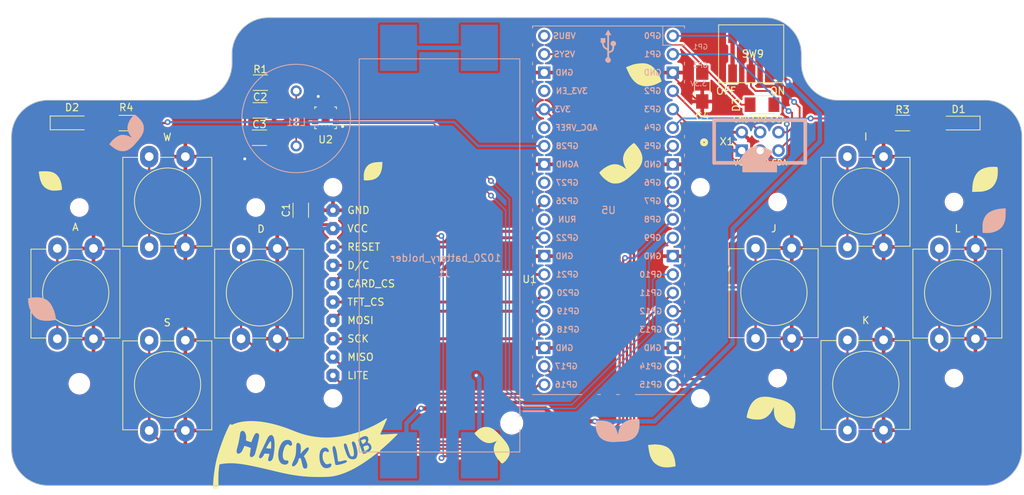
<source format=kicad_pcb>
(kicad_pcb (version 20221018) (generator pcbnew)
  (layers (0 "F.Cu" signal) (31 "B.Cu" signal) (34 "B.Paste" user) (35 "F.Paste" user) (36 "B.SilkS" user "B.Silkscreen") (37 "F.SilkS" user "F.Silkscreen") (38 "B.Mask" user) (39 "F.Mask" user) (44 "Edge.Cuts" user))
  (net 0 "")
  (net 1 "+3V3")
  (net 2 "GND")
  (net 3 "Net-(D3-K)")
  (net 4 "Net-(D1-A)")
  (net 5 "Net-(D2-A)")
  (net 6 "Net-(D3-A)")
  (net 7 "Net-(J1-Pin_2)")
  (net 8 "Net-(J1-Pin_4)")
  (net 9 "Net-(U2-OUTN)")
  (net 10 "Net-(U2-OUTP)")
  (net 11 "LED_R")
  (net 12 "BTN_W")
  (net 13 "BTN_A")
  (net 14 "BTN_S")
  (net 15 "BTN_D")
  (net 16 "BTN_I")
  (net 17 "BTN_J")
  (net 18 "BTN_K")
  (net 19 "BTN_L")
  (net 20 "Net-(U2-~{SD_MODE})")
  (net 21 "LITE")
  (net 22 "MISO")
  (net 23 "SCK")
  (net 24 "MOSI")
  (net 25 "TFT_CS")
  (net 26 "CARD_CS")
  (net 27 "D{slash}C")
  (net 28 "RESET")
  (net 29 "DIN")
  (net 30 "unconnected-(SW9-A-Pad1)")
  (net 31 "LRCLK")
  (net 32 "BCLK")
  (net 33 "LED_L")
  (net 38 "+5V")
  (net 40 "GPIO0")
  (net 41 "GPIO1")
  (net 42 "GPIO2")
  (net 43 "GPIO3")
  (footprint "Button_Switch_THT:SW_PUSH-12mm_Wuerth-430476085716" (layer "F.Cu") (at 114.3 104.14 90)
    (fp_text reference "SW4" hide)
    (fp_text value "D")
  )
  (footprint "fab:Diode_Schotky_100V_1A_Mini_SMA" (layer "F.Cu") (at 186.31 71.755)
    (fp_text reference "D3")
    (fp_text value "SD1206T020S1R0")
  )
  (footprint "local:QFN50P300X300X80-17N" (layer "F.Cu") (at 125.984 73.571 180)
    (fp_text reference "U2")
    (fp_text value "MAX98357AETE+")
  )
  (footprint "Button_Switch_THT:SW_PUSH-12mm_Wuerth-430476085716" (layer "F.Cu") (at 210.82 104.14 90)
    (fp_text reference "SW8" hide)
    (fp_text value "L")
  )
  (footprint "Button_Switch_THT:SW_PUSH-12mm_Wuerth-430476085716" (layer "F.Cu") (at 101.6 116.84 90)
    (fp_text reference "SW3" hide)
    (fp_text value "S")
  )
  (footprint "" (layer "F.Cu") (at 212.852 85.217)
    (fp_text reference "")
    (fp_text value "")
  )
  (footprint "graphics:hcflag" (layer "F.Cu") (at 123.19 120.015)
    (fp_text reference "G***" hide)
    (fp_text value "LOGO" hide)
  )
  (footprint "fab:C_1206" (layer "F.Cu") (at 116.935 72.5424)
    (fp_text reference "C2")
    (fp_text value "10uF")
  )
  (footprint "fab:C_1206" (layer "F.Cu") (at 122.555 86.36 90)
    (fp_text reference "C1")
    (fp_text value "1uF")
  )
  (footprint "" (layer "F.Cu") (at 91.948 110.363)
    (fp_text reference "")
    (fp_text value "")
  )
  (footprint "graphics:frontleaves" (layer "F.Cu") (at 152.4 93.98)
    (fp_text reference "G***" hide)
    (fp_text value "LOGO" hide)
  )
  (footprint "" (layer "F.Cu") (at 116.332 85.979)
    (fp_text reference "")
    (fp_text value "")
  )
  (footprint "fab:R_1206" (layer "F.Cu") (at 205.74 74.295)
    (fp_text reference "R3")
    (fp_text value "1k")
  )
  (footprint "" (layer "F.Cu") (at 188.468 109.601)
    (fp_text reference "")
    (fp_text value "")
  )
  (footprint "" (layer "F.Cu") (at 91.948 85.979)
    (fp_text reference "")
    (fp_text value "")
  )
  (footprint "Button_Switch_THT:SW_PUSH-12mm_Wuerth-430476085716" (layer "F.Cu") (at 198.12 91.44 90)
    (fp_text reference "SW5" hide)
    (fp_text value "I")
  )
  (footprint "fab:TFT_ST7735" (layer "F.Cu") (at 152.4 96.411051)
    (fp_text reference "U1")
    (fp_text value "Adafruit_TFT_ST7735")
  )
  (footprint "fab:R_1206" (layer "F.Cu") (at 116.967 68.707)
    (fp_text reference "R1")
    (fp_text value "1M")
  )
  (footprint "Button_Switch_THT:SW_PUSH-12mm_Wuerth-430476085716" (layer "F.Cu") (at 198.12 116.79 90)
    (fp_text reference "SW7" hide)
    (fp_text value "K")
  )
  (footprint "graphics:sprout_dino" (layer "F.Cu") (at 218.44 121.92)
    (fp_text reference "G***" hide)
    (fp_text value "LOGO" hide)
  )
  (footprint "Button_Switch_THT:SW_PUSH-12mm_Wuerth-430476085716" (layer "F.Cu") (at 101.6 91.44 90)
    (fp_text reference "SW1" hide)
    (fp_text value "W")
  )
  (footprint "" (layer "F.Cu") (at 116.332 110.363)
    (fp_text reference "")
    (fp_text value "")
  )
  (footprint "Button_Switch_THT:SW_PUSH-12mm_Wuerth-430476085716" (layer "F.Cu") (at 88.9 104.14 90)
    (fp_text reference "SW2" hide)
    (fp_text value "A")
  )
  (footprint "" (layer "F.Cu") (at 212.852 109.601)
    (fp_text reference "")
    (fp_text value "")
  )
  (footprint "fab:LED_1206" (layer "F.Cu") (at 91.0148 74.2696)
    (fp_text reference "D2")
    (fp_text value "L_LED")
  )
  (footprint "fab:C_1206" (layer "F.Cu") (at 116.84 76.327)
    (fp_text reference "C3")
    (fp_text value "0.1uF")
  )
  (footprint "fab:C_1206" (layer "F.Cu") (at 178.054 69.31 -90)
    (fp_text reference "C4")
    (fp_text value "1uF")
  )
  (footprint "slideSWSMD:slideswitchCK" (layer "F.Cu") (at 180.3146 60.706)
    (fp_text reference "SW9")
    (fp_text value "Slideswitch")
  )
  (footprint "fab:LED_1206" (layer "F.Cu") (at 213.36 74.295 180)
    (fp_text reference "D1")
    (fp_text value "R_LED")
  )
  (footprint "Button_Switch_THT:SW_PUSH-12mm_Wuerth-430476085716" (layer "F.Cu") (at 185.42 104.09 90)
    (fp_text reference "SW6" hide)
    (fp_text value "J")
  )
  (footprint "graphics:spriglogo" (layer "F.Cu") (at 137.16 66.675)
    (fp_text reference "G***" hide)
    (fp_text value "LOGO" hide)
  )
  (footprint "fab:R_1206" (layer "F.Cu") (at 98.425 74.295 180)
    (fp_text reference "R4")
    (fp_text value "1k")
  )
  (footprint "" (layer "F.Cu") (at 188.468 85.217)
    (fp_text reference "")
    (fp_text value "")
  )
  (footprint "Simple_Addon_v2:Simple_Addon_v2-BADGE-2x3" (layer "B.Cu") (at 185.995 76.855)
    (fp_text reference "X1")
    (fp_text value "Simple_Addon_v2")
  )
  (footprint "fab:CVS-1508" (layer "B.Cu") (at 121.92 73.66)
    (fp_text reference "LS1")
    (fp_text value "Speaker")
  )
  (footprint "graphics:happyhacking" (layer "B.Cu") (at 202 121.92 180)
    (fp_text reference "G***" hide)
    (fp_text value "LOGO" hide)
  )
  (footprint "footprints:usb" (layer "B.Cu") (at 165.1 63.5 180)
    (fp_text reference "Ref**" hide)
    (fp_text value "Val**" hide)
  )
  (footprint "local:1022" (layer "B.Cu") (at 143.51 94.2086 90)
    (fp_text reference "J1")
    (fp_text value "1020_battery_holder")
  )
  (footprint "graphics:backleaves" (layer "B.Cu") (at 152.908 91.948 180)
    (fp_text reference "G***" hide)
    (fp_text value "LOGO" hide)
  )
  (footprint "graphics:hackaf" (layer "B.Cu") (at 100 121.412 180)
    (fp_text reference "G***" hide)
    (fp_text value "LOGO" hide)
  )
  (footprint "graphics:oshlogo" (layer "B.Cu") (at 117 121.412 180)
    (fp_text reference "G***" hide)
    (fp_text value "LOGO" hide)
  )
  (footprint "fab:RPi_Pico_SMD_TH_mod" (layer "B.Cu") (at 165.1 86.36 180)
    (fp_text reference "U5")
    (fp_text value "Pico")
  )
  (gr_circle (center 178.308 76.962) (end 178.408 76.962) (stroke (width 0.45)) (fill none) (layer "F.SilkS"))
  (gr_line (start 196.850002 71.120002) (end 217.17 71.12) (stroke (width 0.1)) (layer "Edge.Cuts"))
  (gr_line (start 118.11 59.69) (end 152.4 59.69) (stroke (width 0.1)) (layer "Edge.Cuts"))
  (gr_line (start 186.69 59.69) (end 152.4 59.69) (stroke (width 0.1)) (layer "Edge.Cuts"))
  (gr_arc (start 87.63 124.46) (mid 84.037898 122.972102) (end 82.55 119.38) (stroke (width 0.1)) (layer "Edge.Cuts"))
  (gr_line (start 87.63 71.12) (end 107.950002 71.120002) (stroke (width 0.1)) (layer "Edge.Cuts"))
  (gr_line (start 152.4 124.46) (end 217.17 124.46) (stroke (width 0.1)) (layer "Edge.Cuts"))
  (gr_line (start 222.25 119.38) (end 222.25 76.2) (stroke (width 0.1)) (layer "Edge.Cuts"))
  (gr_line (start 191.77 64.77) (end 191.770002 66.040002) (stroke (width 0.1)) (layer "Edge.Cuts"))
  (gr_arc (start 222.25 119.38) (mid 220.762102 122.972102) (end 217.17 124.46) (stroke (width 0.1)) (layer "Edge.Cuts"))
  (gr_line (start 113.03 64.77) (end 113.030002 66.040002) (stroke (width 0.1)) (layer "Edge.Cuts"))
  (gr_arc (start 113.030002 66.040002) (mid 111.542104 69.632104) (end 107.950002 71.120002) (stroke (width 0.1)) (layer "Edge.Cuts"))
  (gr_arc (start 186.69 59.69) (mid 190.282102 61.177898) (end 191.77 64.77) (stroke (width 0.1)) (layer "Edge.Cuts"))
  (gr_arc (start 196.850002 71.120002) (mid 193.2579 69.632104) (end 191.770002 66.040002) (stroke (width 0.1)) (layer "Edge.Cuts"))
  (gr_arc (start 217.17 71.12) (mid 220.762102 72.607898) (end 222.25 76.2) (stroke (width 0.1)) (layer "Edge.Cuts"))
  (gr_line (start 82.55 76.2) (end 82.55 119.38) (stroke (width 0.1)) (layer "Edge.Cuts"))
  (gr_arc (start 82.55 76.2) (mid 84.037898 72.607898) (end 87.63 71.12) (stroke (width 0.1)) (layer "Edge.Cuts"))
  (gr_arc (start 113.03 64.77) (mid 114.517898 61.177898) (end 118.11 59.69) (stroke (width 0.1)) (layer "Edge.Cuts"))
  (gr_line (start 152.4 124.46) (end 87.63 124.46) (stroke (width 0.1)) (layer "Edge.Cuts"))
  (gr_text "3.3V" (at 177.546 68.834) (layer "B.SilkS") (effects (font (size 0.7 0.7) (thickness 0.1)) (justify mirror)))
  (gr_text "GP3" (at 177.8 66.294) (layer "B.SilkS") (effects (font (size 0.7 0.7) (thickness 0.1)) (justify mirror)))
  (gr_text "GP1" (at 177.8 63.754) (layer "B.SilkS") (effects (font (size 0.7 0.7) (thickness 0.1)) (justify mirror)))
  (gr_text "OFF\n" (at 181.356 69.85) (layer "F.SilkS") (effects (font (size 1 1))))
  (gr_text "ON\n" (at 188.468 69.85) (layer "F.SilkS") (effects (font (size 1 1))))
  (segment (start 160.02 76.2) (end 156.21 72.39) (width 0.25) (layer "F.Cu") (net 1))
  (segment (start 125.234 72.136) (end 125.476 72.136) (width 0.3) (layer "F.Cu") (net 1))
  (segment (start 114.84 72.6374) (end 114.935 72.5424) (width 0.3) (layer "F.Cu") (net 1))
  (segment (start 122.555 88.36) (end 126.46 88.36) (width 0.4) (layer "F.Cu") (net 1))
  (segment (start 125.476 72.136) (end 124.968 71.628) (width 0.3) (layer "F.Cu") (net 1))
  (segment (start 125.476 72.136) (end 125.734 72.136) (width 0.3) (layer "F.Cu") (net 1))
  (segment (start 124.968 71.628) (end 124.968 70.612) (width 0.3) (layer "F.Cu") (net 1))
  (segment (start 114.935 69.2912) (end 114.935 72.5424) (width 0.3) (layer "F.Cu") (net 1))
  (segment (start 181.61 76.2) (end 160.02 76.2) (width 0.25) (layer "F.Cu") (net 1))
  (segment (start 183.515 78.105) (end 181.61 76.2) (width 0.25) (layer "F.Cu") (net 1))
  (segment (start 126.46 88.36) (end 127 88.9) (width 0.4) (layer "F.Cu") (net 1))
  (segment (start 114.84 76.2) (end 114.84 72.6374) (width 0.3) (layer "F.Cu") (net 1))
  (segment (start 114.84 76.2) (end 114.84 79.216) (width 0.3) (layer "F.Cu") (net 1))
  (segment (start 114.84 79.216) (end 114.808 79.248) (width 0.3) (layer "F.Cu") (net 1))
  (via (at 124.968 70.612) (size 0.8) (drill 0.4) (layers "F.Cu" "B.Cu") (net 1))
  (via (at 114.808 79.248) (size 0.8) (drill 0.4) (layers "F.Cu" "B.Cu") (net 1))
  (segment (start 126.234 75.006) (end 126.234 76.474757) (width 0.2) (layer "F.Cu") (net 2))
  (segment (start 181.483 75.565) (end 181.102 75.184) (width 0.4) (layer "F.Cu") (net 2))
  (segment (start 118.84 76.2) (end 118.84 72.6374) (width 0.6) (layer "F.Cu") (net 2))
  (segment (start 183.515 75.565) (end 181.483 75.565) (width 0.4) (layer "F.Cu") (net 2))
  (segment (start 124.549 73.821) (end 123.283 73.821) (width 0.2) (layer "F.Cu") (net 2))
  (segment (start 173.99 67.818) (end 173.99 67.31) (width 0.25) (layer "F.Cu") (net 2))
  (segment (start 177.038 70.866) (end 173.99 67.818) (width 0.25) (layer "F.Cu") (net 2))
  (segment (start 127.419 73.821) (end 128.871 73.821) (width 0.2) (layer "F.Cu") (net 2))
  (segment (start 127.419 73.321) (end 127.419 73.821) (width 0.2) (layer "F.Cu") (net 2))
  (segment (start 177.546 70.866) (end 177.038 70.866) (width 0.25) (layer "F.Cu") (net 2))
  (segment (start 118.84 72.6374) (end 118.935 72.5424) (width 0.6) (layer "F.Cu") (net 2))
  (segment (start 123.283 73.821) (end 122.936 74.168) (width 0.2) (layer "F.Cu") (net 2))
  (via (at 146.812 109.22) (size 0.8) (drill 0.4) (layers "F.Cu" "B.Cu") (net 2))
  (segment (start 147.244 109.652) (end 146.812 109.22) (width 0.6) (layer "B.Cu") (net 2))
  (segment (start 147.244 120.269) (end 147.244 109.652) (width 0.6) (layer "B.Cu") (net 2))
  (segment (start 173.355 63.5) (end 175.26 63.5) (width 0.25) (layer "F.Cu") (net 3))
  (segment (start 178.054 66.358) (end 183.451 71.755) (width 0.25) (layer "F.Cu") (net 3))
  (segment (start 156.21 64.77) (end 172.085 64.77) (width 0.25) (layer "F.Cu") (net 3))
  (segment (start 178.054 66.294) (end 175.26 63.5) (width 0.25) (layer "F.Cu") (net 3))
  (segment (start 172.085 64.77) (end 173.355 63.5) (width 0.25) (layer "F.Cu") (net 3))
  (segment (start 178.054 66.358) (end 178.054 66.294) (width 0.25) (layer "F.Cu") (net 3))
  (segment (start 183.451 71.755) (end 184.66 71.755) (width 0.25) (layer "F.Cu") (net 3))
  (segment (start 207.74 74.295) (end 211.36 74.295) (width 0.3) (layer "F.Cu") (net 4))
  (segment (start 96.425 74.295) (end 93.0402 74.295) (width 0.3) (layer "F.Cu") (net 5))
  (segment (start 93.0402 74.295) (end 93.0148 74.2696) (width 0.3) (layer "F.Cu") (net 5))
  (segment (start 185.42 69.85) (end 184.785 69.215) (width 0.25) (layer "F.Cu") (net 6))
  (segment (start 187.96 71.755) (end 187.96 70.485) (width 0.25) (layer "F.Cu") (net 6))
  (segment (start 187.325 69.85) (end 185.42 69.85) (width 0.25) (layer "F.Cu") (net 6))
  (segment (start 184.785 62.484) (end 184.785 67.945) (width 0.6) (layer "F.Cu") (net 6))
  (segment (start 187.96 70.485) (end 187.325 69.85) (width 0.25) (layer "F.Cu") (net 6))
  (segment (start 184.785 69.215) (end 184.785 67.945) (width 0.25) (layer "F.Cu") (net 6))
  (segment (start 136.068 63.881) (end 147.244 63.881) (width 0.6) (layer "B.Cu") (net 7))
  (segment (start 189.23 67.945) (end 189.865 68.58) (width 0.6) (layer "F.Cu") (net 8))
  (segment (start 163.195 115.57) (end 158.145238 115.57) (width 0.6) (layer "F.Cu") (net 8))
  (segment (start 187.325 67.945) (end 187.325 62.484) (width 0.6) (layer "F.Cu") (net 8))
  (segment (start 156.367238 113.792) (end 139.192 113.792) (width 0.6) (layer "F.Cu") (net 8))
  (segment (start 158.145238 115.57) (end 156.367238 113.792) (width 0.6) (layer "F.Cu") (net 8))
  (segment (start 187.325 67.945) (end 189.23 67.945) (width 0.6) (layer "F.Cu") (net 8))
  (via (at 139.192 113.792) (size 0.8) (drill 0.4) (layers "F.Cu" "B.Cu") (net 8))
  (via (at 189.865 68.58) (size 0.8) (drill 0.4) (layers "F.Cu" "B.Cu") (net 8))
  (via (at 163.195 115.57) (size 0.8) (drill 0.4) (layers "F.Cu" "B.Cu") (net 8))
  (segment (start 139.192 113.792) (end 137.16 115.824) (width 0.6) (layer "B.Cu") (net 8))
  (segment (start 194.31 73.025) (end 189.865 68.58) (width 0.6) (layer "B.Cu") (net 8))
  (segment (start 137.16 119.177) (end 136.068 120.269) (width 0.6) (layer "B.Cu") (net 8))
  (segment (start 182.245 104.775) (end 182.245 88.9) (width 0.6) (layer "B.Cu") (net 8))
  (segment (start 171.45 115.57) (end 182.245 104.775) (width 0.6) (layer "B.Cu") (net 8))
  (segment (start 189.865 68.58) (end 189.865 69.215) (width 0.6) (layer "B.Cu") (net 8))
  (segment (start 163.195 115.57) (end 171.45 115.57) (width 0.6) (layer "B.Cu") (net 8))
  (segment (start 194.31 76.835) (end 194.31 73.025) (width 0.6) (layer "B.Cu") (net 8))
  (segment (start 137.16 115.824) (end 137.16 119.177) (width 0.6) (layer "B.Cu") (net 8))
  (segment (start 182.245 88.9) (end 194.31 76.835) (width 0.6) (layer "B.Cu") (net 8))
  (segment (start 121.92 73.66) (end 121.92 77.46) (width 0.2) (layer "F.Cu") (net 9))
  (segment (start 122.259 73.321) (end 121.92 73.66) (width 0.2) (layer "F.Cu") (net 9))
  (segment (start 124.549 73.321) (end 122.259 73.321) (width 0.2) (layer "F.Cu") (net 9))
  (segment (start 122.605 72.821) (end 121.92 72.136) (width 0.2) (layer "F.Cu") (net 10))
  (segment (start 121.92 72.136) (end 121.92 69.86) (width 0.2) (layer "F.Cu") (net 10))
  (segment (start 124.549 72.821) (end 122.605 72.821) (width 0.2) (layer "F.Cu") (net 10))
  (segment (start 193.04 73.66) (end 200.66 73.66) (width 0.25) (layer "F.Cu") (net 11))
  (segment (start 203.105 73.66) (end 203.74 74.295) (width 0.25) (layer "F.Cu") (net 11))
  (segment (start 201.295 74.295) (end 203.74 74.295) (width 0.25) (layer "F.Cu") (net 11))
  (segment (start 200.66 73.66) (end 201.295 74.295) (width 0.25) (layer "F.Cu") (net 11))
  (via (at 193.04 73.66) (size 0.8) (drill 0.4) (layers "F.Cu" "B.Cu") (net 11))
  (segment (start 193.04 73.66) (end 175.26 73.66) (width 0.25) (layer "B.Cu") (net 11))
  (segment (start 175.26 73.66) (end 173.99 74.93) (width 0.25) (layer "B.Cu") (net 11))
  (segment (start 166.624 115.824) (end 164.084 118.364) (width 0.3) (layer "F.Cu") (net 12))
  (segment (start 173.99 77.47) (end 166.624 84.836) (width 0.3) (layer "F.Cu") (net 12))
  (segment (start 116.332 104.830572) (end 116.332 90.424) (width 0.3) (layer "F.Cu") (net 12))
  (segment (start 112.776 86.868) (end 101.6 86.868) (width 0.3) (layer "F.Cu") (net 12))
  (segment (start 166.624 84.836) (end 166.624 115.824) (width 0.3) (layer "F.Cu") (net 12))
  (segment (start 101.6 78.94) (end 101.6 86.868) (width 0.3) (layer "F.Cu") (net 12))
  (segment (start 164.084 118.364) (end 127.960428 118.364) (width 0.3) (layer "F.Cu") (net 12))
  (segment (start 116.332 90.424) (end 112.776 86.868) (width 0.3) (layer "F.Cu") (net 12))
  (segment (start 120.51452 109.013093) (end 116.332 104.830572) (width 0.3) (layer "F.Cu") (net 12))
  (segment (start 101.6 86.868) (end 101.6 91.44) (width 0.3) (layer "F.Cu") (net 12))
  (segment (start 127.960428 118.364) (end 120.51452 110.918092) (width 0.3) (layer "F.Cu") (net 12))
  (segment (start 120.51452 110.918092) (end 120.51452 109.013093) (width 0.3) (layer "F.Cu") (net 12))
  (segment (start 164.608978 119.363022) (end 113.267022 119.363022) (width 0.3) (layer "F.Cu") (net 13))
  (segment (start 88.9 91.64) (end 88.9 104.14) (width 0.3) (layer "F.Cu") (net 13))
  (segment (start 167.64 93.757456) (end 167.64 116.332) (width 0.3) (layer "F.Cu") (net 13))
  (segment (start 113.267022 119.363022) (end 104.14 110.236) (width 0.3) (layer "F.Cu") (net 13))
  (segment (start 88.9 99.06) (end 102.616 99.06) (width 0.3) (layer "F.Cu") (net 13))
  (segment (start 173.99 82.55) (end 168.123001 88.416999) (width 0.3) (layer "F.Cu") (net 13))
  (segment (start 88.9 91.64) (end 88.9 99.06) (width 0.3) (layer "F.Cu") (net 13))
  (segment (start 102.616 99.06) (end 104.14 100.584) (width 0.3) (layer "F.Cu") (net 13))
  (segment (start 168.123001 88.416999) (end 168.123001 93.274455) (width 0.3) (layer "F.Cu") (net 13))
  (segment (start 104.14 110.236) (end 104.14 100.584) (width 0.3) (layer "F.Cu") (net 13))
  (segment (start 167.64 116.332) (end 164.608978 119.363022) (width 0.3) (layer "F.Cu") (net 13))
  (segment (start 88.9 99.06) (end 88.9 100.076) (width 0.3) (layer "F.Cu") (net 13))
  (segment (start 168.123001 93.274455) (end 167.64 93.757456) (width 0.3) (layer "F.Cu") (net 13))
  (segment (start 173.99 85.09) (end 168.622512 90.457488) (width 0.3) (layer "F.Cu") (net 14))
  (segment (start 168.622512 93.48136) (end 168.139511 93.96436) (width 0.3) (layer "F.Cu") (net 14))
  (segment (start 101.6 104.34) (end 101.6 116.84) (width 0.3) (layer "F.Cu") (net 14))
  (segment (start 168.622512 90.457488) (end 168.622512 93.48136) (width 0.3) (layer "F.Cu") (net 14))
  (segment (start 168.139511 116.538905) (end 164.798905 119.879511) (width 0.3) (layer "F.Cu") (net 14))
  (segment (start 164.798905 119.879511) (end 104.639511 119.879511) (width 0.3) (layer "F.Cu") (net 14))
  (segment (start 101.6 111.76) (end 101.6 116.84) (width 0.3) (layer "F.Cu") (net 14))
  (segment (start 168.139511 93.96436) (end 168.139511 116.538905) (width 0.3) (layer "F.Cu") (net 14))
  (segment (start 104.639511 119.879511) (end 101.6 116.84) (width 0.3) (layer "F.Cu") (net 14))
  (segment (start 114.935 104.14) (end 114.3 104.14) (width 0.3) (layer "F.Cu") (net 15))
  (segment (start 114.3 91.64) (end 114.3 104.14) (width 0.3) (layer "F.Cu") (net 15))
  (segment (start 167.3735 92.964) (end 167.132 93.2055) (width 0.3) (layer "F.Cu") (net 15))
  (segment (start 164.290905 118.863511) (end 127.753511 118.863511) (width 0.3) (layer "F.Cu") (net 15))
  (segment (start 114.3 105.588381) (end 114.3 104.14) (width 0.3) (layer "F.Cu") (net 15))
  (segment (start 127.753511 118.863511) (end 120.015 111.125) (width 0.3) (layer "F.Cu") (net 15))
  (segment (start 167.132 116.022416) (end 164.290905 118.863511) (width 0.3) (layer "F.Cu") (net 15))
  (segment (start 167.132 93.2055) (end 167.132 116.022416) (width 0.3) (layer "F.Cu") (net 15))
  (segment (start 120.015 111.125) (end 120.015 109.22) (width 0.3) (layer "F.Cu") (net 15))
  (segment (start 120.015 109.22) (end 114.935 104.14) (width 0.3) (layer "F.Cu") (net 15))
  (via (at 167.3735 92.964) (size 0.8) (drill 0.4) (layers "F.Cu" "B.Cu") (net 15))
  (segment (start 173.99 87.63) (end 168.656 92.964) (width 0.3) (layer "B.Cu") (net 15))
  (segment (start 168.656 92.964) (end 167.3735 92.964) (width 0.3) (layer "B.Cu") (net 15))
  (segment (start 198.12 84.836) (end 198.12 78.94) (width 0.3) (layer "F.Cu") (net 16))
  (segment (start 181.864 93.98) (end 181.864 90.932) (width 0.3) (layer "F.Cu") (net 16))
  (segment (start 175.514 100.33) (end 181.864 93.98) (width 0.3) (layer "F.Cu") (net 16))
  (segment (start 181.864 90.932) (end 184.912 87.884) (width 0.3) (layer "F.Cu") (net 16))
  (segment (start 198.12 87.884) (end 198.12 84.836) (width 0.3) (layer "F.Cu") (net 16))
  (segment (start 184.912 87.884) (end 198.12 87.884) (width 0.3) (layer "F.Cu") (net 16))
  (segment (start 173.99 100.33) (end 175.514 100.33) (width 0.3) (layer "F.Cu") (net 16))
  (segment (start 198.12 91.44) (end 198.12 87.884) (width 0.3) (layer "F.Cu") (net 16))
  (segment (start 185.42 91.59) (end 185.42 104.09) (width 0.3) (layer "F.Cu") (net 17))
  (segment (start 179.832 97.028) (end 185.42 97.028) (width 0.3) (layer "F.Cu") (net 17))
  (segment (start 173.99 102.87) (end 179.832 97.028) (width 0.3) (layer "F.Cu") (net 17))
  (segment (start 185.42 97.028) (end 185.42 104.09) (width 0.3) (layer "F.Cu") (net 17))
  (segment (start 198.12 112.776) (end 185.42 112.776) (width 0.3) (layer "F.Cu") (net 18))
  (segment (start 182.372 109.728) (end 175.768 109.728) (width 0.3) (layer "F.Cu") (net 18))
  (segment (start 198.12 112.776) (end 198.12 116.79) (width 0.3) (layer "F.Cu") (net 18))
  (segment (start 198.12 108.204) (end 198.12 112.776) (width 0.3) (layer "F.Cu") (net 18))
  (segment (start 185.42 112.776) (end 182.372 109.728) (width 0.3) (layer "F.Cu") (net 18))
  (segment (start 198.12 104.29) (end 198.12 108.204) (width 0.3) (layer "F.Cu") (net 18))
  (segment (start 175.768 109.728) (end 173.99 107.95) (width 0.3) (layer "F.Cu") (net 18))
  (segment (start 210.82 106.045) (end 210.82 104.14) (width 0.3) (layer "F.Cu") (net 19))
  (segment (start 182.118 110.49) (end 191.516 119.888) (width 0.3) (layer "F.Cu") (net 19))
  (segment (start 210.82 91.64) (end 210.82 104.14) (width 0.3) (layer "F.Cu") (net 19))
  (segment (start 173.99 110.49) (end 182.118 110.49) (width 0.3) (layer "F.Cu") (net 19))
  (segment (start 191.516 119.888) (end 203.962 119.888) (width 0.3) (layer "F.Cu") (net 19))
  (segment (start 208.915 107.95) (end 210.82 106.045) (width 0.3) (layer "F.Cu") (net 19))
  (segment (start 203.962 119.888) (end 208.915 114.935) (width 0.3) (layer "F.Cu") (net 19))
  (segment (start 208.915 114.935) (end 208.915 107.95) (width 0.3) (layer "F.Cu") (net 19))
  (segment (start 128.347 72.821) (end 128.524 72.644) (width 0.2) (layer "F.Cu") (net 20))
  (segment (start 119.634 68.326) (end 118.935 69.025) (width 0.2) (layer "F.Cu") (net 20))
  (segment (start 127.419 72.821) (end 128.347 72.821) (width 0.2) (layer "F.Cu") (net 20))
  (segment (start 128.524 72.644) (end 128.524 71.374) (width 0.2) (layer "F.Cu") (net 20))
  (segment (start 118.935 69.025) (end 118.935 69.2912) (width 0.2) (layer "F.Cu") (net 20))
  (segment (start 128.524 71.374) (end 125.476 68.326) (width 0.2) (layer "F.Cu") (net 20))
  (segment (start 125.476 68.326) (end 119.634 68.326) (width 0.2) (layer "F.Cu") (net 20))
  (segment (start 157.988 109.728) (end 156.21 107.95) (width 0.3) (layer "F.Cu") (net 21))
  (segment (start 130.048 112.268) (end 156.972 112.268) (width 0.3) (layer "F.Cu") (net 21))
  (segment (start 156.972 112.268) (end 157.988 111.252) (width 0.3) (layer "F.Cu") (net 21))
  (segment (start 130.048 112.268) (end 127 109.22) (width 0.3) (layer "F.Cu") (net 21))
  (segment (start 157.988 111.252) (end 157.988 109.728) (width 0.3) (layer "F.Cu") (net 21))
  (segment (start 154.178 111.76) (end 130.710051 111.76) (width 0.3) (layer "F.Cu") (net 22))
  (segment (start 130.710051 111.76) (end 129.54 110.589949) (width 0.3) (layer "F.Cu") (net 22))
  (segment (start 129.54 110.589949) (end 129.54 109.22) (width 0.3) (layer "F.Cu") (net 22))
  (segment (start 156.21 110.49) (end 155.448 110.49) (width 0.3) (layer "F.Cu") (net 22))
  (segment (start 129.54 109.22) (end 127 106.68) (width 0.3) (layer "F.Cu") (net 22))
  (segment (start 155.448 110.49) (end 154.178 111.76) (width 0.3) (layer "F.Cu") (net 22))
  (segment (start 156.21 102.87) (end 154.94 104.14) (width 0.4) (layer "F.Cu") (net 23))
  (segment (start 154.94 104.14) (end 127 104.14) (width 0.4) (layer "F.Cu") (net 23))
  (segment (start 128.27 100.33) (end 127 101.6) (width 0.4) (layer "F.Cu") (net 24))
  (segment (start 156.21 100.33) (end 128.27 100.33) (width 0.4) (layer "F.Cu") (net 24))
  (segment (start 154.94 99.06) (end 156.21 97.79) (width 0.4) (layer "F.Cu") (net 25))
  (segment (start 127 99.06) (end 154.94 99.06) (width 0.4) (layer "F.Cu") (net 25))
  (segment (start 128.27 95.25) (end 127 96.52) (width 0.4) (layer "F.Cu") (net 26))
  (segment (start 156.21 95.25) (end 128.27 95.25) (width 0.4) (layer "F.Cu") (net 26))
  (segment (start 145.542 90.17) (end 156.21 90.17) (width 0.4) (layer "F.Cu") (net 27))
  (segment (start 141.732 93.98) (end 145.542 90.17) (width 0.4) (layer "F.Cu") (net 27))
  (segment (start 127 93.98) (end 141.732 93.98) (width 0.4) (layer "F.Cu") (net 27))
  (segment (start 143.002 91.44) (end 145.161 89.281) (width 0.4) (layer "F.Cu") (net 28))
  (segment (start 155.702 85.09) (end 156.21 85.09) (width 0.3) (layer "F.Cu") (net 28))
  (segment (start 127 91.44) (end 143.002 91.44) (width 0.4) (layer "F.Cu") (net 28))
  (segment (start 152.019 89.281) (end 156.21 85.09) (width 0.4) (layer "F.Cu") (net 28))
  (segment (start 145.161 89.281) (end 152.019 89.281) (width 0.4) (layer "F.Cu") (net 28))
  (segment (start 127.419 74.321) (end 140.869 74.321) (width 0.2) (layer "F.Cu") (net 29))
  (segment (start 140.869 74.321) (end 148.844 82.296) (width 0.2) (layer "F.Cu") (net 29))
  (via (at 148.844 82.296) (size 0.8) (drill 0.4) (layers "F.Cu" "B.Cu") (net 29))
  (segment (start 148.844 82.296) (end 151.384 84.836) (width 0.2) (layer "B.Cu") (net 29))
  (segment (start 160.02 113.284) (end 170.688 102.616) (width 0.2) (layer "B.Cu") (net 29))
  (segment (start 151.384 84.836) (end 151.384 111.195006) (width 0.2) (layer "B.Cu") (net 29))
  (segment (start 170.688 93.472) (end 173.99 90.17) (width 0.2) (layer "B.Cu") (net 29))
  (segment (start 170.688 102.616) (end 170.688 93.472) (width 0.2) (layer "B.Cu") (net 29))
  (segment (start 151.384 111.195006) (end 153.472994 113.284) (width 0.2) (layer "B.Cu") (net 29))
  (segment (start 153.472994 113.284) (end 160.02 113.284) (width 0.2) (layer "B.Cu") (net 29))
  (segment (start 182.245 67.945) (end 182.245 62.484) (width 0.6) (layer "F.Cu") (net 30))
  (segment (start 137.668 89.916) (end 141.986 89.916) (width 0.2) (layer "F.Cu") (net 31))
  (segment (start 173.99 97.79) (end 168.639022 103.140978) (width 0.3) (layer "F.Cu") (net 31))
  (segment (start 164.988832 120.396) (end 142.274477 120.396) (width 0.3) (layer "F.Cu") (net 31))
  (segment (start 125.734 77.982) (end 137.668 89.916) (width 0.2) (layer "F.Cu") (net 31))
  (segment (start 168.639022 103.140978) (end 168.639022 116.74581) (width 0.3) (layer "F.Cu") (net 31))
  (segment (start 142.274477 120.396) (end 142.007977 120.6625) (width 0.3) (layer "F.Cu") (net 31))
  (segment (start 125.734 75.006) (end 125.734 77.982) (width 0.2) (layer "F.Cu") (net 31))
  (segment (start 142.165521 120.820044) (end 142.007977 120.6625) (width 0.2) (layer "F.Cu") (net 31))
  (segment (start 168.639022 116.74581) (end 164.988832 120.396) (width 0.3) (layer "F.Cu") (net 31))
  (via (at 142.007977 120.6625) (size 0.8) (drill 0.4) (layers "F.Cu" "B.Cu") (net 31))
  (via (at 141.986 89.916) (size 0.8) (drill 0.4) (layers "F.Cu" "B.Cu") (net 31))
  (segment (start 142.007977 120.6625) (end 142.24 120.430477) (width 0.2) (layer "B.Cu") (net 31))
  (segment (start 142.24 90.17) (end 141.986 89.916) (width 0.2) (layer "B.Cu") (net 31))
  (segment (start 142.24 120.430477) (end 142.24 90.17) (width 0.2) (layer "B.Cu") (net 31))
  (segment (start 126.734 75.934) (end 127 76.2) (width 0.2) (layer "F.Cu") (net 32))
  (segment (start 126.734 75.006) (end 126.734 75.934) (width 0.2) (layer "F.Cu") (net 32))
  (segment (start 127 76.2) (end 140.716 76.2) (width 0.2) (layer "F.Cu") (net 32))
  (segment (start 140.716 76.2) (end 148.844 84.328) (width 0.2) (layer "F.Cu") (net 32))
  (via (at 148.844 84.328) (size 0.8) (drill 0.4) (layers "F.Cu" "B.Cu") (net 32))
  (segment (start 171.196 96.012) (end 171.958 95.25) (width 0.2) (layer "B.Cu") (net 32))
  (segment (start 150.876 86.36) (end 150.876 111.252) (width 0.2) (layer "B.Cu") (net 32))
  (segment (start 171.958 95.25) (end 173.99 95.25) (width 0.2) (layer "B.Cu") (net 32))
  (segment (start 148.844 84.328) (end 150.876 86.36) (width 0.2) (layer "B.Cu") (net 32))
  (segment (start 160.528 113.792) (end 171.196 103.124) (width 0.2) (layer "B.Cu") (net 32))
  (segment (start 150.876 111.252) (end 153.416 113.792) (width 0.2) (layer "B.Cu") (net 32))
  (segment (start 153.416 113.792) (end 160.528 113.792) (width 0.2) (layer "B.Cu") (net 32))
  (segment (start 171.196 103.124) (end 171.196 96.012) (width 0.2) (layer "B.Cu") (net 32))
  (segment (start 104.013 74.295) (end 104.14 74.168) (width 0.3) (layer "F.Cu") (net 33))
  (segment (start 100.425 74.295) (end 104.013 74.295) (width 0.3) (layer "F.Cu") (net 33))
  (via (at 104.14 74.168) (size 0.8) (drill 0.4) (layers "F.Cu" "B.Cu") (net 33))
  (segment (start 143.764 74.168) (end 104.14 74.168) (width 0.3) (layer "B.Cu") (net 33))
  (segment (start 147.066 77.47) (end 143.764 74.168) (width 0.3) (layer "B.Cu") (net 33))
  (segment (start 156.21 77.47) (end 147.066 77.47) (width 0.3) (layer "B.Cu") (net 33))
  (segment (start 191.516 75.184) (end 188.595 78.105) (width 0.25) (layer "F.Cu") (net 40))
  (segment (start 190.754 71.374) (end 191.516 72.136) (width 0.25) (layer "F.Cu") (net 40))
  (segment (start 191.516 72.136) (end 191.516 75.184) (width 0.25) (layer "F.Cu") (net 40))
  (via (at 190.754 71.374) (size 0.8) (drill 0.4) (layers "F.Cu" "B.Cu") (net 40))
  (segment (start 181.61 62.23) (end 173.99 62.23) (width 0.25) (layer "B.Cu") (net 40))
  (segment (start 190.754 71.374) (end 181.61 62.23) (width 0.25) (layer "B.Cu") (net 40))
  (segment (start 190.463 74.918314) (end 190.463 72.861) (width 0.25) (layer "F.Cu") (net 41))
  (segment (start 189.992 72.644) (end 190.246 72.644) (width 0.25) (layer "F.Cu") (net 41))
  (segment (start 190.463 72.861) (end 189.992 72.644) (width 0.25) (layer "F.Cu") (net 41))
  (segment (start 189.816314 75.565) (end 190.463 74.918314) (width 0.25) (layer "F.Cu") (net 41))
  (segment (start 188.595 75.565) (end 189.816314 75.565) (width 0.25) (layer "F.Cu") (net 41))
  (via (at 189.992 72.644) (size 0.8) (drill 0.4) (layers "F.Cu" "B.Cu") (net 41))
  (segment (start 189.992 72.644) (end 182.118 64.77) (width 0.25) (layer "B.Cu") (net 41))
  (segment (start 182.118 64.77) (end 173.99 64.77) (width 0.25) (layer "B.Cu") (net 41))
  (segment (start 188.976 73.66) (end 189.738 74.422) (width 0.25) (layer "F.Cu") (net 42))
  (segment (start 177.8 73.66) (end 173.99 69.85) (width 0.25) (layer "F.Cu") (net 42))
  (segment (start 177.8 73.66) (end 188.976 73.66) (width 0.25) (layer "F.Cu") (net 42))
  (via (at 189.738 74.422) (size 0.8) (drill 0.4) (layers "F.Cu" "B.Cu") (net 42))
  (segment (start 189.7836 78.597335) (end 189.087335 79.2936) (width 0.25) (layer "B.Cu") (net 42))
  (segment (start 189.7836 74.4676) (end 189.7836 78.597335) (width 0.25) (layer "B.Cu") (net 42))
  (segment (start 189.087335 79.2936) (end 187.2436 79.2936) (width 0.25) (layer "B.Cu") (net 42))
  (segment (start 189.738 74.422) (end 189.7836 74.4676) (width 0.25) (layer "B.Cu") (net 42))
  (segment (start 187.2436 79.2936) (end 186.055 78.105) (width 0.25) (layer "B.Cu") (net 42))
  (segment (start 184.658 74.168) (end 186.055 75.565) (width 0.25) (layer "F.Cu") (net 43))
  (segment (start 173.99 72.39) (end 175.768 74.168) (width 0.25) (layer "F.Cu") (net 43))
  (segment (start 175.768 74.168) (end 184.658 74.168) (width 0.25) (layer "F.Cu") (net 43))
  (zone (net 2) (net_name "GND") (layer "F.Cu") (connect_pads (clearance 0.3)) (min_thickness 0.254) (fill yes (thermal_gap 0.508) (thermal_bridge_width 0.508))
    (polygon (pts (xy 222.504 124.46) (xy 82.296 124.714) (xy 82.296 59.436) (xy 222.504 59.436)))
  )
  (zone (net 1) (net_name "+3V3") (layer "B.Cu") (connect_pads (clearance 0.3)) (min_thickness 0.254) (fill yes (thermal_gap 0.508) (thermal_bridge_width 0.508))
    (polygon (pts (xy 222.504 124.46) (xy 82.296 124.714) (xy 82.296 58.928) (xy 222.504 58.928)))
  )
)
</source>
